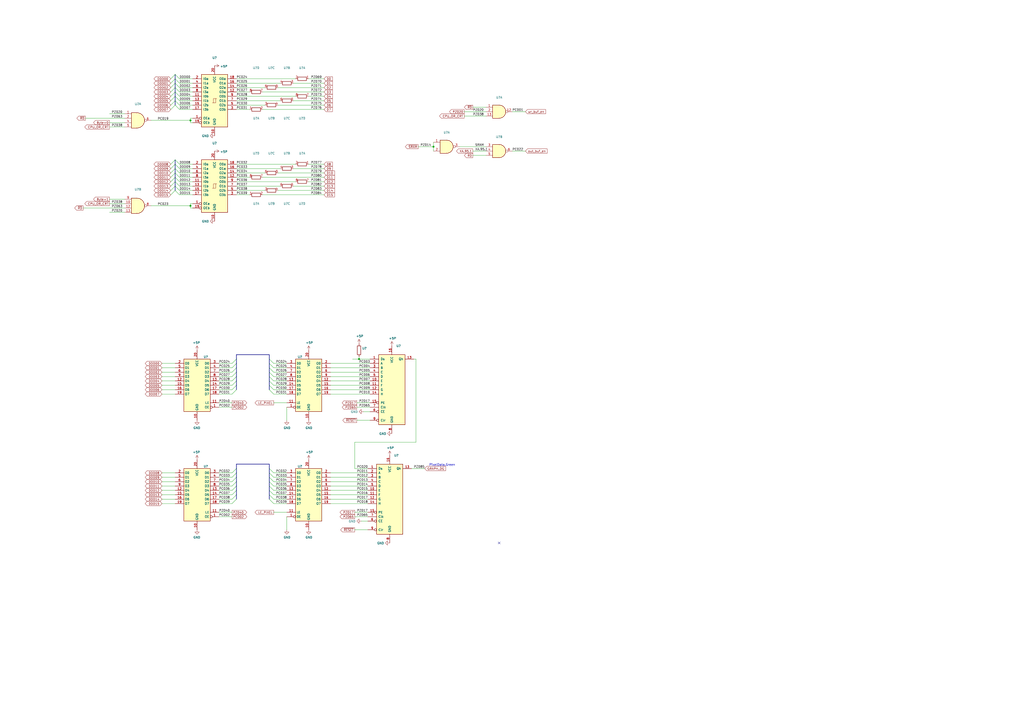
<source format=kicad_sch>
(kicad_sch (version 20220820) (generator eeschema)
  (paper "A2")
  (title_block (title "03 DRAM Driver"))
  (lib_symbols
    (symbol "74xx:74LS00" (pin_names (offset 1.016))
      (property "Reference" "U" (at 0 1.27 0))
      (property "Value" "74LS00" (at 0 -1.27 0))
      (symbol "74LS00_1_1"
        (pin input line (at -7.62 2.54 0) (length 3.81) (name "~") (number "1"))
        (pin input line (at -7.62 -2.54 0) (length 3.81) (name "~") (number "2"))
        (pin output inverted (at 7.62 0 180) (length 3.81) (name "~") (number "3"))
      )
      (symbol "74LS00_1_2"
        (pin input inverted (at -7.62 2.54 0) (length 4.318) (name "~") (number "1"))
        (pin input inverted (at -7.62 -2.54 0) (length 4.318) (name "~") (number "2"))
        (pin output line (at 7.62 0 180) (length 3.81) (name "~") (number "3"))
      )
      (symbol "74LS00_2_1"
        (pin input line (at -7.62 2.54 0) (length 3.81) (name "~") (number "4"))
        (pin input line (at -7.62 -2.54 0) (length 3.81) (name "~") (number "5"))
        (pin output inverted (at 7.62 0 180) (length 3.81) (name "~") (number "6"))
      )
      (symbol "74LS00_2_2"
        (pin input inverted (at -7.62 2.54 0) (length 4.318) (name "~") (number "4"))
        (pin input inverted (at -7.62 -2.54 0) (length 4.318) (name "~") (number "5"))
        (pin output line (at 7.62 0 180) (length 3.81) (name "~") (number "6"))
      )
      (symbol "74LS00_3_1"
        (pin input line (at -7.62 -2.54 0) (length 3.81) (name "~") (number "10"))
        (pin output inverted (at 7.62 0 180) (length 3.81) (name "~") (number "8"))
        (pin input line (at -7.62 2.54 0) (length 3.81) (name "~") (number "9"))
      )
      (symbol "74LS00_3_2"
        (pin input inverted (at -7.62 -2.54 0) (length 4.318) (name "~") (number "10"))
        (pin output line (at 7.62 0 180) (length 3.81) (name "~") (number "8"))
        (pin input inverted (at -7.62 2.54 0) (length 4.318) (name "~") (number "9"))
      )
      (symbol "74LS00_4_1"
        (pin output inverted (at 7.62 0 180) (length 3.81) (name "~") (number "11"))
        (pin input line (at -7.62 2.54 0) (length 3.81) (name "~") (number "12"))
        (pin input line (at -7.62 -2.54 0) (length 3.81) (name "~") (number "13"))
      )
      (symbol "74LS00_4_2"
        (pin output line (at 7.62 0 180) (length 3.81) (name "~") (number "11"))
        (pin input inverted (at -7.62 2.54 0) (length 4.318) (name "~") (number "12"))
        (pin input inverted (at -7.62 -2.54 0) (length 4.318) (name "~") (number "13"))
      )
      (symbol "74LS00_5_0"
        (pin power_in line (at 0 12.7 270) (length 5.08) (name "VCC") (number "14"))
        (pin power_in line (at 0 -12.7 90) (length 5.08) (name "GND") (number "7"))
      )
    )
    (symbol "74xx:74LS10" (pin_names (offset 1.016))
      (property "Reference" "U" (at 0 1.27 0))
      (property "Value" "74LS10" (at 0 -1.27 0))
      (symbol "74LS10_1_1"
        (pin input line (at -7.62 2.54 0) (length 3.81) (name "~") (number "1"))
        (pin output inverted (at 7.62 0 180) (length 3.81) (name "~") (number "12"))
        (pin input line (at -7.62 -2.54 0) (length 3.81) (name "~") (number "13"))
        (pin input line (at -7.62 0 0) (length 3.81) (name "~") (number "2"))
      )
      (symbol "74LS10_1_2"
        (pin input inverted (at -7.62 2.54 0) (length 4.318) (name "~") (number "1"))
        (pin output line (at 7.62 0 180) (length 3.81) (name "~") (number "12"))
        (pin input inverted (at -7.62 -2.54 0) (length 4.318) (name "~") (number "13"))
        (pin input inverted (at -7.62 0 0) (length 4.953) (name "~") (number "2"))
      )
      (symbol "74LS10_2_1"
        (pin input line (at -7.62 2.54 0) (length 3.81) (name "~") (number "3"))
        (pin input line (at -7.62 0 0) (length 3.81) (name "~") (number "4"))
        (pin input line (at -7.62 -2.54 0) (length 3.81) (name "~") (number "5"))
        (pin output inverted (at 7.62 0 180) (length 3.81) (name "~") (number "6"))
      )
      (symbol "74LS10_2_2"
        (pin input inverted (at -7.62 2.54 0) (length 4.318) (name "~") (number "3"))
        (pin input inverted (at -7.62 0 0) (length 4.953) (name "~") (number "4"))
        (pin input inverted (at -7.62 -2.54 0) (length 4.318) (name "~") (number "5"))
        (pin output line (at 7.62 0 180) (length 3.81) (name "~") (number "6"))
      )
      (symbol "74LS10_3_1"
        (pin input line (at -7.62 0 0) (length 3.81) (name "~") (number "10"))
        (pin input line (at -7.62 -2.54 0) (length 3.81) (name "~") (number "11"))
        (pin output inverted (at 7.62 0 180) (length 3.81) (name "~") (number "8"))
        (pin input line (at -7.62 2.54 0) (length 3.81) (name "~") (number "9"))
      )
      (symbol "74LS10_3_2"
        (pin input inverted (at -7.62 0 0) (length 4.953) (name "~") (number "10"))
        (pin input inverted (at -7.62 -2.54 0) (length 4.318) (name "~") (number "11"))
        (pin output line (at 7.62 0 180) (length 3.81) (name "~") (number "8"))
        (pin input inverted (at -7.62 2.54 0) (length 4.318) (name "~") (number "9"))
      )
      (symbol "74LS10_4_0"
        (pin power_in line (at 0 12.7 270) (length 5.08) (name "VCC") (number "14"))
        (pin power_in line (at 0 -12.7 90) (length 5.08) (name "GND") (number "7"))
      )
    )
    (symbol "74xx:74LS166" (pin_names (offset 1.016))
      (property "Reference" "U" (at -7.62 21.59 0))
      (property "Value" "74LS166" (at -7.62 -21.59 0))
      (symbol "74LS166_1_0"
        (pin input line (at -12.7 17.78 0) (length 5.08) (name "Ds") (number "1"))
        (pin input line (at -12.7 5.08 0) (length 5.08) (name "E") (number "10"))
        (pin input line (at -12.7 2.54 0) (length 5.08) (name "F") (number "11"))
        (pin input line (at -12.7 0 0) (length 5.08) (name "G") (number "12"))
        (pin output line (at 12.7 17.78 180) (length 5.08) (name "Qh") (number "13"))
        (pin input line (at -12.7 -2.54 0) (length 5.08) (name "H") (number "14"))
        (pin input inverted (at -12.7 -7.62 0) (length 5.08) (name "PE") (number "15"))
        (pin power_in line (at 0 25.4 270) (length 5.08) (name "VCC") (number "16"))
        (pin input line (at -12.7 15.24 0) (length 5.08) (name "A") (number "2"))
        (pin input line (at -12.7 12.7 0) (length 5.08) (name "B") (number "3"))
        (pin input line (at -12.7 10.16 0) (length 5.08) (name "C") (number "4"))
        (pin input line (at -12.7 7.62 0) (length 5.08) (name "D") (number "5"))
        (pin input inverted (at -12.7 -12.7 0) (length 5.08) (name "CE") (number "6"))
        (pin input line (at -12.7 -10.16 0) (length 5.08) (name "Clk") (number "7"))
        (pin power_in line (at 0 -25.4 90) (length 5.08) (name "GND") (number "8"))
        (pin input inverted (at -12.7 -17.78 0) (length 5.08) (name "Clr") (number "9"))
      )
    )
    (symbol "74xx:74LS20" (pin_names (offset 1.016))
      (property "Reference" "U" (at 0 1.27 0))
      (property "Value" "74LS20" (at 0 -1.27 0))
      (symbol "74LS20_1_1"
        (pin input line (at -7.62 3.81 0) (length 3.81) (name "~") (number "1"))
        (pin input line (at -7.62 1.27 0) (length 3.81) (name "~") (number "2"))
        (pin input line (at -7.62 -1.27 0) (length 3.81) (name "~") (number "4"))
        (pin input line (at -7.62 -3.81 0) (length 3.81) (name "~") (number "5"))
        (pin output inverted (at 7.62 0 180) (length 3.81) (name "~") (number "6"))
      )
      (symbol "74LS20_1_2"
        (pin input inverted (at -7.62 3.81 0) (length 3.81) (name "~") (number "1"))
        (pin input inverted (at -7.62 1.27 0) (length 4.826) (name "~") (number "2"))
        (pin input inverted (at -7.62 -1.27 0) (length 4.826) (name "~") (number "4"))
        (pin input inverted (at -7.62 -3.81 0) (length 3.81) (name "~") (number "5"))
        (pin output line (at 7.62 0 180) (length 3.81) (name "~") (number "6"))
      )
      (symbol "74LS20_2_1"
        (pin input line (at -7.62 1.27 0) (length 3.81) (name "~") (number "10"))
        (pin input line (at -7.62 -1.27 0) (length 3.81) (name "~") (number "12"))
        (pin input line (at -7.62 -3.81 0) (length 3.81) (name "~") (number "13"))
        (pin output inverted (at 7.62 0 180) (length 3.81) (name "~") (number "8"))
        (pin input line (at -7.62 3.81 0) (length 3.81) (name "~") (number "9"))
      )
      (symbol "74LS20_2_2"
        (pin input inverted (at -7.62 1.27 0) (length 4.826) (name "~") (number "10"))
        (pin input inverted (at -7.62 -1.27 0) (length 4.826) (name "~") (number "12"))
        (pin input inverted (at -7.62 -3.81 0) (length 3.81) (name "~") (number "13"))
        (pin output line (at 7.62 0 180) (length 3.81) (name "~") (number "8"))
        (pin input inverted (at -7.62 3.81 0) (length 3.81) (name "~") (number "9"))
      )
      (symbol "74LS20_3_0"
        (pin power_in line (at 0 12.7 270) (length 5.08) (name "VCC") (number "14"))
        (pin power_in line (at 0 -12.7 90) (length 5.08) (name "GND") (number "7"))
      )
    )
    (symbol "74xx:74LS244" (pin_names (offset 1.016))
      (property "Reference" "U" (at -7.62 16.51 0))
      (property "Value" "74LS244" (at -7.62 -16.51 0))
      (symbol "74LS244_1_0"
        (pin input inverted (at -12.7 -10.16 0) (length 5.08) (name "OEa") (number "1"))
        (pin power_in line (at 0 -20.32 90) (length 5.08) (name "GND") (number "10"))
        (pin input line (at -12.7 2.54 0) (length 5.08) (name "I0b") (number "11"))
        (pin tri_state line (at 12.7 5.08 180) (length 5.08) (name "O3a") (number "12"))
        (pin input line (at -12.7 0 0) (length 5.08) (name "I1b") (number "13"))
        (pin tri_state line (at 12.7 7.62 180) (length 5.08) (name "O2a") (number "14"))
        (pin input line (at -12.7 -2.54 0) (length 5.08) (name "I2b") (number "15"))
        (pin tri_state line (at 12.7 10.16 180) (length 5.08) (name "O1a") (number "16"))
        (pin input line (at -12.7 -5.08 0) (length 5.08) (name "I3b") (number "17"))
        (pin tri_state line (at 12.7 12.7 180) (length 5.08) (name "O0a") (number "18"))
        (pin input inverted (at -12.7 -12.7 0) (length 5.08) (name "OEb") (number "19"))
        (pin input line (at -12.7 12.7 0) (length 5.08) (name "I0a") (number "2"))
        (pin power_in line (at 0 20.32 270) (length 5.08) (name "VCC") (number "20"))
        (pin tri_state line (at 12.7 -5.08 180) (length 5.08) (name "O3b") (number "3"))
        (pin input line (at -12.7 10.16 0) (length 5.08) (name "I1a") (number "4"))
        (pin tri_state line (at 12.7 -2.54 180) (length 5.08) (name "O2b") (number "5"))
        (pin input line (at -12.7 7.62 0) (length 5.08) (name "I2a") (number "6"))
        (pin tri_state line (at 12.7 0 180) (length 5.08) (name "O1b") (number "7"))
        (pin input line (at -12.7 5.08 0) (length 5.08) (name "I3a") (number "8"))
        (pin tri_state line (at 12.7 2.54 180) (length 5.08) (name "O0b") (number "9"))
      )
    )
    (symbol "74xx:74LS373"
      (property "Reference" "U" (at -7.62 16.51 0))
      (property "Value" "74LS373" (at -7.62 -16.51 0))
      (symbol "74LS373_1_0"
        (pin input inverted (at -12.7 -12.7 0) (length 5.08) (name "OE") (number "1"))
        (pin power_in line (at 0 -20.32 90) (length 5.08) (name "GND") (number "10"))
        (pin input line (at -12.7 -10.16 0) (length 5.08) (name "LE") (number "11"))
        (pin tri_state line (at 12.7 2.54 180) (length 5.08) (name "O4") (number "12"))
        (pin input line (at -12.7 2.54 0) (length 5.08) (name "D4") (number "13"))
        (pin input line (at -12.7 0 0) (length 5.08) (name "D5") (number "14"))
        (pin tri_state line (at 12.7 0 180) (length 5.08) (name "O5") (number "15"))
        (pin tri_state line (at 12.7 -2.54 180) (length 5.08) (name "O6") (number "16"))
        (pin input line (at -12.7 -2.54 0) (length 5.08) (name "D6") (number "17"))
        (pin input line (at -12.7 -5.08 0) (length 5.08) (name "D7") (number "18"))
        (pin tri_state line (at 12.7 -5.08 180) (length 5.08) (name "O7") (number "19"))
        (pin tri_state line (at 12.7 12.7 180) (length 5.08) (name "O0") (number "2"))
        (pin power_in line (at 0 20.32 270) (length 5.08) (name "VCC") (number "20"))
        (pin input line (at -12.7 12.7 0) (length 5.08) (name "D0") (number "3"))
        (pin input line (at -12.7 10.16 0) (length 5.08) (name "D1") (number "4"))
        (pin tri_state line (at 12.7 10.16 180) (length 5.08) (name "O1") (number "5"))
        (pin tri_state line (at 12.7 7.62 180) (length 5.08) (name "O2") (number "6"))
        (pin input line (at -12.7 7.62 0) (length 5.08) (name "D2") (number "7"))
        (pin input line (at -12.7 5.08 0) (length 5.08) (name "D3") (number "8"))
        (pin tri_state line (at 12.7 5.08 180) (length 5.08) (name "O3") (number "9"))
      )
    )
    (symbol "Device:R" (pin_numbers hide) (pin_names (offset 0))
      (property "Reference" "R" (at 2.032 0 90))
      (property "Value" "R" (at 0 0 90))
      (symbol "R_1_1"
        (pin passive line (at 0 3.81 270) (length 1.27) (name "~") (number "1"))
        (pin passive line (at 0 -3.81 90) (length 1.27) (name "~") (number "2"))
      )
    )
    (symbol "Device:R_Pack04_SIP_Split" (pin_names (offset 0) hide)
      (property "Reference" "RN" (at 2.032 0 90))
      (property "Value" "R_Pack04_SIP_Split" (at 0 0 90))
      (symbol "R_Pack04_SIP_Split_1_1"
        (pin passive line (at 0 -3.81 90) (length 1.27) (name "R1.1") (number "1"))
        (pin passive line (at 0 3.81 270) (length 1.27) (name "R1.2") (number "2"))
      )
      (symbol "R_Pack04_SIP_Split_2_1"
        (pin passive line (at 0 -3.81 90) (length 1.27) (name "R2.1") (number "3"))
        (pin passive line (at 0 3.81 270) (length 1.27) (name "R2.2") (number "4"))
      )
      (symbol "R_Pack04_SIP_Split_3_1"
        (pin passive line (at 0 -3.81 90) (length 1.27) (name "R3.1") (number "5"))
        (pin passive line (at 0 3.81 270) (length 1.27) (name "R3.2") (number "6"))
      )
      (symbol "R_Pack04_SIP_Split_4_1"
        (pin passive line (at 0 -3.81 90) (length 1.27) (name "R4.1") (number "7"))
        (pin passive line (at 0 3.81 270) (length 1.27) (name "R4.2") (number "8"))
      )
    )
    (symbol "power:+5P" (power) (pin_names (offset 0))
      (property "Value" "+5P" (at 0 3.556 0))
      (symbol "+5P_1_1"
        (pin power_in line (at 0 0 90) (length 0) hide (name "+5P") (number "1"))
      )
    )
    (symbol "power:GND" (power) (pin_names (offset 0))
      (property "Value" "GND" (at 0 -3.81 0))
      (symbol "GND_1_1"
        (pin power_in line (at 0 0 270) (length 0) hide (name "GND") (number "1"))
      )
    )
  )
  (junction (at 251.46 85.09))
  (junction (at 208.28 208.28))
  (junction (at 110.49 119.38))
  (junction (at 110.49 69.85))
  (no_connect (at 289.56 314.96))
  (bus_entry (at 134.62 226.06) (size 2.54 -2.54))
  (bus_entry (at 101.6 92.71) (size -2.54 2.54))
  (bus_entry (at 156.21 281.94) (size 2.54 2.54))
  (bus_entry (at 156.21 271.78) (size 2.54 2.54))
  (bus_entry (at 156.21 274.32) (size 2.54 2.54))
  (bus_entry (at 101.6 102.87) (size -2.54 2.54))
  (bus_entry (at 101.6 95.25) (size 2.54 2.54))
  (bus_entry (at 156.21 276.86) (size 2.54 2.54))
  (bus_entry (at 156.21 284.48) (size 2.54 2.54))
  (bus_entry (at 156.21 210.82) (size 2.54 2.54))
  (bus_entry (at 101.6 102.87) (size 2.54 2.54))
  (bus_entry (at 101.6 53.34) (size 2.54 2.54))
  (bus_entry (at 101.6 55.88) (size -2.54 2.54))
  (bus_entry (at 101.6 105.41) (size 2.54 2.54))
  (bus_entry (at 134.62 220.98) (size 2.54 -2.54))
  (bus_entry (at 101.6 100.33) (size 2.54 2.54))
  (bus_entry (at 99.06 110.49) (size 2.54 -2.54))
  (bus_entry (at 134.62 284.48) (size 2.54 -2.54))
  (bus_entry (at 134.62 276.86) (size 2.54 -2.54))
  (bus_entry (at 101.6 95.25) (size -2.54 2.54))
  (bus_entry (at 101.6 97.79) (size -2.54 2.54))
  (bus_entry (at 156.21 289.56) (size 2.54 2.54))
  (bus_entry (at 134.62 210.82) (size 2.54 -2.54))
  (bus_entry (at 101.6 60.96) (size -2.54 2.54))
  (bus_entry (at 101.6 97.79) (size 2.54 2.54))
  (bus_entry (at 101.6 107.95) (size 2.54 2.54))
  (bus_entry (at 101.6 53.34) (size -2.54 2.54))
  (bus_entry (at 101.6 48.26) (size -2.54 2.54))
  (bus_entry (at 156.21 279.4) (size 2.54 2.54))
  (bus_entry (at 101.6 50.8) (size 2.54 2.54))
  (bus_entry (at 134.62 281.94) (size 2.54 -2.54))
  (bus_entry (at 101.6 45.72) (size -2.54 2.54))
  (bus_entry (at 134.62 274.32) (size 2.54 -2.54))
  (bus_entry (at 101.6 92.71) (size 2.54 2.54))
  (bus_entry (at 101.6 55.88) (size 2.54 2.54))
  (bus_entry (at 156.21 215.9) (size 2.54 2.54))
  (bus_entry (at 156.21 213.36) (size 2.54 2.54))
  (bus_entry (at 101.6 50.8) (size -2.54 2.54))
  (bus_entry (at 134.62 213.36) (size 2.54 -2.54))
  (bus_entry (at 134.62 289.56) (size 2.54 -2.54))
  (bus_entry (at 156.21 218.44) (size 2.54 2.54))
  (bus_entry (at 101.6 100.33) (size -2.54 2.54))
  (bus_entry (at 101.6 58.42) (size -2.54 2.54))
  (bus_entry (at 101.6 110.49) (size 2.54 2.54))
  (bus_entry (at 99.06 113.03) (size 2.54 -2.54))
  (bus_entry (at 134.62 215.9) (size 2.54 -2.54))
  (bus_entry (at 101.6 43.18) (size -2.54 2.54))
  (bus_entry (at 134.62 228.6) (size 2.54 -2.54))
  (bus_entry (at 156.21 208.28) (size 2.54 2.54))
  (bus_entry (at 156.21 220.98) (size 2.54 2.54))
  (bus_entry (at 101.6 48.26) (size 2.54 2.54))
  (bus_entry (at 101.6 60.96) (size 2.54 2.54))
  (bus_entry (at 101.6 105.41) (size -2.54 2.54))
  (bus_entry (at 134.62 218.44) (size 2.54 -2.54))
  (bus_entry (at 156.21 226.06) (size 2.54 2.54))
  (bus_entry (at 101.6 45.72) (size 2.54 2.54))
  (bus_entry (at 101.6 43.18) (size 2.54 2.54))
  (bus_entry (at 156.21 287.02) (size 2.54 2.54))
  (bus_entry (at 134.62 279.4) (size 2.54 -2.54))
  (bus_entry (at 101.6 58.42) (size 2.54 2.54))
  (bus_entry (at 134.62 287.02) (size 2.54 -2.54))
  (bus_entry (at 156.21 223.52) (size 2.54 2.54))
  (bus_entry (at 134.62 223.52) (size 2.54 -2.54))
  (bus_entry (at 134.62 292.1) (size 2.54 -2.54))
  (wire (pts (xy 63.5 71.12) (xy 72.39 71.12)))
  (wire (pts (xy 191.77 220.98) (xy 214.63 220.98)))
  (wire (pts (xy 281.94 62.23) (xy 274.32 62.23)))
  (wire (pts (xy 137.16 107.95) (xy 162.56 107.95)))
  (wire (pts (xy 137.16 97.79) (xy 162.56 97.79)))
  (bus (pts (xy 137.16 213.36) (xy 137.16 215.9)))
  (bus (pts (xy 156.21 208.28) (xy 156.21 210.82)))
  (bus (pts (xy 137.16 223.52) (xy 137.16 226.06)))
  (wire (pts (xy 158.75 297.18) (xy 166.37 297.18)))
  (wire (pts (xy 134.62 299.72) (xy 127 299.72)))
  (bus (pts (xy 101.6 105.41) (xy 101.6 107.95)))
  (wire (pts (xy 191.77 281.94) (xy 213.36 281.94)))
  (wire (pts (xy 134.62 223.52) (xy 127 223.52)))
  (wire (pts (xy 110.49 71.12) (xy 111.76 71.12)))
  (wire (pts (xy 158.75 284.48) (xy 166.37 284.48)))
  (wire (pts (xy 134.62 297.18) (xy 127 297.18)))
  (wire (pts (xy 110.49 119.38) (xy 110.49 120.65)))
  (wire (pts (xy 209.55 302.26) (xy 213.36 302.26)))
  (wire (pts (xy 179.07 95.25) (xy 187.96 95.25)))
  (wire (pts (xy 134.62 213.36) (xy 127 213.36)))
  (wire (pts (xy 161.29 50.8) (xy 187.96 50.8)))
  (bus (pts (xy 156.21 269.24) (xy 156.21 271.78)))
  (bus (pts (xy 101.6 95.25) (xy 101.6 97.79)))
  (bus (pts (xy 137.16 220.98) (xy 137.16 223.52)))
  (wire (pts (xy 101.6 279.4) (xy 93.98 279.4)))
  (wire (pts (xy 158.75 226.06) (xy 166.37 226.06)))
  (wire (pts (xy 191.77 226.06) (xy 214.63 226.06)))
  (wire (pts (xy 166.37 236.22) (xy 166.37 243.84)))
  (wire (pts (xy 251.46 82.55) (xy 251.46 85.09)))
  (wire (pts (xy 101.6 281.94) (xy 93.98 281.94)))
  (wire (pts (xy 266.7 85.09) (xy 281.94 85.09)))
  (wire (pts (xy 161.29 110.49) (xy 187.96 110.49)))
  (wire (pts (xy 158.75 287.02) (xy 166.37 287.02)))
  (wire (pts (xy 134.62 284.48) (xy 127 284.48)))
  (wire (pts (xy 207.01 233.68) (xy 214.63 233.68)))
  (wire (pts (xy 158.75 218.44) (xy 166.37 218.44)))
  (wire (pts (xy 134.62 236.22) (xy 127 236.22)))
  (wire (pts (xy 251.46 85.09) (xy 251.46 87.63)))
  (bus (pts (xy 137.16 281.94) (xy 137.16 284.48)))
  (wire (pts (xy 104.14 45.72) (xy 111.76 45.72)))
  (wire (pts (xy 208.28 208.28) (xy 204.47 208.28)))
  (wire (pts (xy 158.75 289.56) (xy 166.37 289.56)))
  (wire (pts (xy 210.82 238.76) (xy 214.63 238.76)))
  (wire (pts (xy 101.6 218.44) (xy 93.98 218.44)))
  (wire (pts (xy 63.5 123.19) (xy 72.39 123.19)))
  (wire (pts (xy 134.62 220.98) (xy 127 220.98)))
  (wire (pts (xy 281.94 90.17) (xy 274.32 90.17)))
  (wire (pts (xy 166.37 215.9) (xy 158.75 215.9)))
  (wire (pts (xy 205.74 307.34) (xy 213.36 307.34)))
  (wire (pts (xy 191.77 289.56) (xy 213.36 289.56)))
  (wire (pts (xy 137.16 110.49) (xy 153.67 110.49)))
  (bus (pts (xy 101.6 48.26) (xy 101.6 50.8)))
  (wire (pts (xy 110.49 118.11) (xy 110.49 119.38)))
  (wire (pts (xy 161.29 60.96) (xy 187.96 60.96)))
  (wire (pts (xy 170.18 48.26) (xy 187.96 48.26)))
  (bus (pts (xy 137.16 279.4) (xy 137.16 281.94)))
  (wire (pts (xy 134.62 226.06) (xy 127 226.06)))
  (bus (pts (xy 156.21 284.48) (xy 156.21 287.02)))
  (wire (pts (xy 101.6 276.86) (xy 93.98 276.86)))
  (wire (pts (xy 191.77 279.4) (xy 213.36 279.4)))
  (wire (pts (xy 152.4 53.34) (xy 187.96 53.34)))
  (wire (pts (xy 158.75 223.52) (xy 166.37 223.52)))
  (bus (pts (xy 156.21 287.02) (xy 156.21 289.56)))
  (wire (pts (xy 137.16 113.03) (xy 144.78 113.03)))
  (wire (pts (xy 104.14 95.25) (xy 111.76 95.25)))
  (wire (pts (xy 134.62 218.44) (xy 127 218.44)))
  (bus (pts (xy 137.16 208.28) (xy 137.16 210.82)))
  (wire (pts (xy 101.6 289.56) (xy 93.98 289.56)))
  (wire (pts (xy 110.49 69.85) (xy 110.49 71.12)))
  (wire (pts (xy 179.07 55.88) (xy 187.96 55.88)))
  (wire (pts (xy 134.62 210.82) (xy 127 210.82)))
  (wire (pts (xy 213.36 276.86) (xy 191.77 276.86)))
  (bus (pts (xy 101.6 92.71) (xy 101.6 95.25)))
  (wire (pts (xy 207.01 236.22) (xy 214.63 236.22)))
  (wire (pts (xy 104.14 110.49) (xy 111.76 110.49)))
  (wire (pts (xy 137.16 102.87) (xy 144.78 102.87)))
  (wire (pts (xy 158.75 276.86) (xy 166.37 276.86)))
  (wire (pts (xy 205.74 299.72) (xy 213.36 299.72)))
  (wire (pts (xy 137.16 58.42) (xy 162.56 58.42)))
  (wire (pts (xy 179.07 105.41) (xy 187.96 105.41)))
  (bus (pts (xy 137.16 218.44) (xy 137.16 220.98)))
  (wire (pts (xy 158.75 213.36) (xy 166.37 213.36)))
  (bus (pts (xy 137.16 287.02) (xy 137.16 289.56)))
  (wire (pts (xy 297.18 87.63) (xy 304.8 87.63)))
  (bus (pts (xy 156.21 281.94) (xy 156.21 284.48)))
  (wire (pts (xy 111.76 118.11) (xy 110.49 118.11)))
  (wire (pts (xy 137.16 60.96) (xy 153.67 60.96)))
  (wire (pts (xy 137.16 53.34) (xy 144.78 53.34)))
  (wire (pts (xy 104.14 53.34) (xy 111.76 53.34)))
  (bus (pts (xy 156.21 223.52) (xy 156.21 226.06)))
  (bus (pts (xy 156.21 215.9) (xy 156.21 218.44)))
  (wire (pts (xy 63.5 73.66) (xy 72.39 73.66)))
  (bus (pts (xy 101.6 100.33) (xy 101.6 102.87)))
  (wire (pts (xy 158.75 210.82) (xy 166.37 210.82)))
  (wire (pts (xy 269.24 64.77) (xy 281.94 64.77)))
  (wire (pts (xy 101.6 228.6) (xy 93.98 228.6)))
  (bus (pts (xy 156.21 210.82) (xy 156.21 213.36)))
  (wire (pts (xy 101.6 210.82) (xy 93.98 210.82)))
  (bus (pts (xy 101.6 43.18) (xy 101.6 45.72)))
  (wire (pts (xy 104.14 48.26) (xy 111.76 48.26)))
  (wire (pts (xy 166.37 279.4) (xy 158.75 279.4)))
  (wire (pts (xy 241.3 208.28) (xy 241.3 256.54)))
  (bus (pts (xy 137.16 271.78) (xy 137.16 274.32)))
  (wire (pts (xy 110.49 68.58) (xy 110.49 69.85)))
  (wire (pts (xy 297.18 64.77) (xy 304.8 64.77)))
  (wire (pts (xy 104.14 50.8) (xy 111.76 50.8)))
  (wire (pts (xy 191.77 228.6) (xy 214.63 228.6)))
  (wire (pts (xy 101.6 226.06) (xy 93.98 226.06)))
  (wire (pts (xy 208.28 207.01) (xy 208.28 208.28)))
  (wire (pts (xy 170.18 107.95) (xy 187.96 107.95)))
  (wire (pts (xy 134.62 233.68) (xy 127 233.68)))
  (bus (pts (xy 156.21 213.36) (xy 156.21 215.9)))
  (bus (pts (xy 101.6 107.95) (xy 101.6 110.49)))
  (wire (pts (xy 101.6 292.1) (xy 93.98 292.1)))
  (wire (pts (xy 152.4 102.87) (xy 187.96 102.87)))
  (wire (pts (xy 166.37 307.34) (xy 166.37 299.72)))
  (wire (pts (xy 158.75 281.94) (xy 166.37 281.94)))
  (wire (pts (xy 49.53 68.58) (xy 72.39 68.58)))
  (wire (pts (xy 137.16 100.33) (xy 153.67 100.33)))
  (wire (pts (xy 48.26 120.65) (xy 72.39 120.65)))
  (wire (pts (xy 191.77 274.32) (xy 213.36 274.32)))
  (wire (pts (xy 63.5 66.04) (xy 72.39 66.04)))
  (wire (pts (xy 191.77 210.82) (xy 214.63 210.82)))
  (wire (pts (xy 179.07 45.72) (xy 187.96 45.72)))
  (wire (pts (xy 127 279.4) (xy 134.62 279.4)))
  (wire (pts (xy 104.14 58.42) (xy 111.76 58.42)))
  (wire (pts (xy 63.5 118.11) (xy 72.39 118.11)))
  (wire (pts (xy 134.62 287.02) (xy 127 287.02)))
  (wire (pts (xy 191.77 284.48) (xy 213.36 284.48)))
  (bus (pts (xy 137.16 210.82) (xy 137.16 213.36)))
  (bus (pts (xy 101.6 58.42) (xy 101.6 60.96)))
  (bus (pts (xy 137.16 269.24) (xy 137.16 271.78)))
  (wire (pts (xy 137.16 55.88) (xy 171.45 55.88)))
  (wire (pts (xy 274.32 87.63) (xy 281.94 87.63)))
  (wire (pts (xy 137.16 50.8) (xy 153.67 50.8)))
  (bus (pts (xy 137.16 269.24) (xy 156.21 269.24)))
  (bus (pts (xy 137.16 205.74) (xy 156.21 205.74)))
  (wire (pts (xy 101.6 215.9) (xy 93.98 215.9)))
  (wire (pts (xy 63.5 115.57) (xy 72.39 115.57)))
  (wire (pts (xy 104.14 107.95) (xy 111.76 107.95)))
  (wire (pts (xy 191.77 287.02) (xy 213.36 287.02)))
  (wire (pts (xy 158.75 274.32) (xy 166.37 274.32)))
  (wire (pts (xy 110.49 120.65) (xy 111.76 120.65)))
  (bus (pts (xy 156.21 220.98) (xy 156.21 223.52)))
  (wire (pts (xy 205.74 256.54) (xy 205.74 271.78)))
  (wire (pts (xy 205.74 271.78) (xy 213.36 271.78)))
  (wire (pts (xy 214.63 213.36) (xy 191.77 213.36)))
  (wire (pts (xy 134.62 289.56) (xy 127 289.56)))
  (wire (pts (xy 104.14 102.87) (xy 111.76 102.87)))
  (wire (pts (xy 134.62 292.1) (xy 127 292.1)))
  (wire (pts (xy 158.75 292.1) (xy 166.37 292.1)))
  (wire (pts (xy 240.03 208.28) (xy 241.3 208.28)))
  (bus (pts (xy 101.6 50.8) (xy 101.6 53.34)))
  (wire (pts (xy 101.6 223.52) (xy 93.98 223.52)))
  (wire (pts (xy 104.14 60.96) (xy 111.76 60.96)))
  (wire (pts (xy 205.74 297.18) (xy 213.36 297.18)))
  (bus (pts (xy 156.21 274.32) (xy 156.21 276.86)))
  (bus (pts (xy 156.21 205.74) (xy 156.21 208.28)))
  (wire (pts (xy 191.77 218.44) (xy 214.63 218.44)))
  (wire (pts (xy 158.75 233.68) (xy 166.37 233.68)))
  (wire (pts (xy 101.6 220.98) (xy 93.98 220.98)))
  (wire (pts (xy 158.75 228.6) (xy 166.37 228.6)))
  (bus (pts (xy 137.16 215.9) (xy 137.16 218.44)))
  (wire (pts (xy 214.63 208.28) (xy 208.28 208.28)))
  (wire (pts (xy 241.3 256.54) (xy 205.74 256.54)))
  (wire (pts (xy 134.62 281.94) (xy 127 281.94)))
  (wire (pts (xy 158.75 220.98) (xy 166.37 220.98)))
  (bus (pts (xy 137.16 205.74) (xy 137.16 208.28)))
  (wire (pts (xy 152.4 113.03) (xy 187.96 113.03)))
  (bus (pts (xy 156.21 218.44) (xy 156.21 220.98)))
  (wire (pts (xy 104.14 55.88) (xy 111.76 55.88)))
  (bus (pts (xy 101.6 97.79) (xy 101.6 100.33)))
  (wire (pts (xy 137.16 48.26) (xy 162.56 48.26)))
  (wire (pts (xy 137.16 95.25) (xy 171.45 95.25)))
  (bus (pts (xy 101.6 55.88) (xy 101.6 58.42)))
  (wire (pts (xy 137.16 105.41) (xy 171.45 105.41)))
  (wire (pts (xy 104.14 63.5) (xy 111.76 63.5)))
  (wire (pts (xy 104.14 113.03) (xy 111.76 113.03)))
  (bus (pts (xy 156.21 276.86) (xy 156.21 279.4)))
  (wire (pts (xy 242.57 85.09) (xy 251.46 85.09)))
  (bus (pts (xy 156.21 271.78) (xy 156.21 274.32)))
  (wire (pts (xy 127 215.9) (xy 134.62 215.9)))
  (bus (pts (xy 137.16 274.32) (xy 137.16 276.86)))
  (wire (pts (xy 104.14 97.79) (xy 111.76 97.79)))
  (wire (pts (xy 170.18 58.42) (xy 187.96 58.42)))
  (wire (pts (xy 87.63 119.38) (xy 110.49 119.38)))
  (bus (pts (xy 137.16 284.48) (xy 137.16 287.02)))
  (wire (pts (xy 134.62 274.32) (xy 127 274.32)))
  (wire (pts (xy 238.76 271.78) (xy 246.38 271.78)))
  (wire (pts (xy 191.77 223.52) (xy 214.63 223.52)))
  (wire (pts (xy 152.4 63.5) (xy 187.96 63.5)))
  (wire (pts (xy 104.14 105.41) (xy 111.76 105.41)))
  (wire (pts (xy 134.62 276.86) (xy 127 276.86)))
  (wire (pts (xy 87.63 69.85) (xy 110.49 69.85)))
  (wire (pts (xy 161.29 100.33) (xy 187.96 100.33)))
  (wire (pts (xy 137.16 45.72) (xy 171.45 45.72)))
  (wire (pts (xy 134.62 228.6) (xy 127 228.6)))
  (wire (pts (xy 101.6 284.48) (xy 93.98 284.48)))
  (wire (pts (xy 191.77 215.9) (xy 214.63 215.9)))
  (bus (pts (xy 101.6 53.34) (xy 101.6 55.88)))
  (wire (pts (xy 137.16 63.5) (xy 144.78 63.5)))
  (bus (pts (xy 156.21 279.4) (xy 156.21 281.94)))
  (wire (pts (xy 104.14 100.33) (xy 111.76 100.33)))
  (wire (pts (xy 101.6 274.32) (xy 93.98 274.32)))
  (wire (pts (xy 101.6 287.02) (xy 93.98 287.02)))
  (wire (pts (xy 170.18 97.79) (xy 187.96 97.79)))
  (wire (pts (xy 207.01 243.84) (xy 214.63 243.84)))
  (bus (pts (xy 101.6 102.87) (xy 101.6 105.41)))
  (wire (pts (xy 191.77 292.1) (xy 213.36 292.1)))
  (wire (pts (xy 269.24 67.31) (xy 281.94 67.31)))
  (bus (pts (xy 137.16 276.86) (xy 137.16 279.4)))
  (wire (pts (xy 111.76 68.58) (xy 110.49 68.58)))
  (bus (pts (xy 101.6 45.72) (xy 101.6 48.26)))
  (wire (pts (xy 101.6 213.36) (xy 93.98 213.36)))
  (text "PixelData.Green" (at 248.92 270.51 0) (effects (font (size 1.27 1.27)) (justify left bottom)))
  (label "PC027" (at 143.51 53.34 180))
  (label "PC033" (at 143.51 97.79 180))
  (label "PC007" (at 208.28 220.98 0))
  (label "PC029" (at 143.51 58.42 180))
  (label "PC034" (at 143.51 100.33 180))
  (label "PC024" (at 143.51 45.72 180))
  (label "PC038" (at 160.02 289.56 0))
  (label "XA.95.1" (at 275.59 87.63 0))
  (label "PC014" (at 207.01 281.94 0))
  (label "PZ040" (at 133.35 233.68 180))
  (label "PC039" (at 143.51 113.03 180))
  (label "PZ071" (at 180.34 50.8 0))
  (label "PZ014" (at 243.84 85.09 0))
  (label "PZ083" (at 180.34 110.49 0))
  (label "PZ080" (at 180.34 102.87 0))
  (label "PZ073" (at 180.34 55.88 0))
  (label "PZ020" (at 274.32 64.77 0))
  (label "PC002" (at 133.35 236.22 180))
  (label "DDD06" (at 110.49 60.96 180))
  (label "PC029" (at 133.35 223.52 180))
  (label "PZ072" (at 180.34 53.34 0))
  (label "PZ084" (at 180.34 113.03 0))
  (label "PZ069" (at 180.34 45.72 0))
  (label "PC013" (at 207.01 279.4 0))
  (label "PZ075" (at 180.34 60.96 0))
  (label "PZ065" (at 208.28 236.22 0))
  (label "PC024" (at 133.35 210.82 180))
  (label "PC028" (at 160.02 220.98 0))
  (label "PC011" (at 207.01 274.32 0))
  (label "PC030" (at 143.51 60.96 180))
  (label "DDD05" (at 110.49 58.42 180))
  (label "PC035" (at 160.02 281.94 0))
  (label "PC038" (at 143.51 110.49 180))
  (label "PC030" (at 160.02 226.06 0))
  (label "PC035" (at 133.35 281.94 180))
  (label "PC036" (at 160.02 284.48 0))
  (label "PZ076" (at 180.34 63.5 0))
  (label "PC031" (at 143.51 63.5 180))
  (label "PC037" (at 160.02 287.02 0))
  (label "PC022" (at 297.18 87.63 0))
  (label "PC033" (at 160.02 276.86 0))
  (label "PC026" (at 160.02 215.9 0))
  (label "PC032" (at 160.02 274.32 0))
  (label "PC028" (at 133.35 220.98 180))
  (label "PC039" (at 160.02 292.1 0))
  (label "PC026" (at 133.35 215.9 180))
  (label "PZ070" (at 180.34 48.26 0))
  (label "DDD10" (at 110.49 100.33 180))
  (label "PC035" (at 143.51 102.87 180))
  (label "DDD01" (at 110.49 48.26 180))
  (label "PC028" (at 143.51 55.88 180))
  (label "PC032" (at 133.35 274.32 180))
  (label "PC001" (at 297.18 64.77 0))
  (label "PC034" (at 133.35 279.4 180))
  (label "PZ079" (at 180.34 100.33 0))
  (label "PC030" (at 133.35 226.06 180))
  (label "PZ017" (at 208.28 233.68 0))
  (label "PZ020" (at 64.77 66.04 0))
  (label "PC027" (at 133.35 218.44 180))
  (label "DDD02" (at 110.49 50.8 180))
  (label "PC008" (at 208.28 223.52 0))
  (label "PC015" (at 207.01 284.48 0))
  (label "PC037" (at 133.35 287.02 180))
  (label "DDD11" (at 110.49 102.87 180))
  (label "PC027" (at 160.02 218.44 0))
  (label "PC005" (at 208.28 215.9 0))
  (label "PC033" (at 133.35 276.86 180))
  (label "PC038" (at 133.35 289.56 180))
  (label "DDD15" (at 110.49 113.03 180))
  (label "PZ040" (at 133.35 297.18 180))
  (label "DDD03" (at 110.49 53.34 180))
  (label "DDD00" (at 110.49 45.72 180))
  (label "PC039" (at 133.35 292.1 180))
  (label "PC017" (at 207.01 289.56 0))
  (label "PC004" (at 208.28 213.36 0))
  (label "PC036" (at 143.51 105.41 180))
  (label "DDD14" (at 110.49 110.49 180))
  (label "PC026" (at 143.51 50.8 180))
  (label "PC025" (at 143.51 48.26 180))
  (label "PZ081" (at 180.34 105.41 0))
  (label "PZ065" (at 207.01 299.72 0))
  (label "PC037" (at 143.51 107.95 180))
  (label "PC036" (at 133.35 284.48 180))
  (label "PC003" (at 208.28 210.82 0))
  (label "DDD12" (at 110.49 105.41 180))
  (label "PC012" (at 207.01 276.86 0))
  (label "PC016" (at 207.01 287.02 0))
  (label "DDD09" (at 110.49 97.79 180))
  (label "PZ074" (at 180.34 58.42 0))
  (label "PZ082" (at 180.34 107.95 0))
  (label "PZ038" (at 274.32 67.31 0))
  (label "SRAM" (at 275.59 85.09 0))
  (label "PZ077" (at 180.34 95.25 0))
  (label "PZ063" (at 64.77 120.65 0))
  (label "PC019" (at 97.79 69.85 180))
  (label "PZ063" (at 64.77 68.58 0))
  (label "PC031" (at 160.02 228.6 0))
  (label "PC023" (at 97.79 119.38 180))
  (label "PC002" (at 133.35 299.72 180))
  (label "PZ020" (at 64.77 123.19 0))
  (label "DDD07" (at 110.49 63.5 180))
  (label "DDD08" (at 110.49 95.25 180))
  (label "PZ078" (at 180.34 97.79 0))
  (label "DDD04" (at 110.49 55.88 180))
  (label "PC006" (at 208.28 218.44 0))
  (label "PC034" (at 160.02 279.4 0))
  (label "PC032" (at 143.51 95.25 180))
  (label "PC020" (at 207.01 271.78 0))
  (label "PC025" (at 160.02 213.36 0))
  (label "PC029" (at 160.02 223.52 0))
  (label "PC031" (at 133.35 228.6 180))
  (label "PC010" (at 208.28 228.6 0))
  (label "PZ038" (at 64.77 73.66 0))
  (label "PC009" (at 208.28 226.06 0))
  (label "PZ038" (at 64.77 118.11 0))
  (label "PZ085" (at 240.03 271.78 0))
  (label "PC018" (at 207.01 292.1 0))
  (label "PC024" (at 160.02 210.82 0))
  (label "DDD13" (at 110.49 107.95 180))
  (label "PZ017" (at 207.01 297.18 0))
  (label "PC025" (at 133.35 213.36 180))
  (global_label "PZ017" (shape output) (at 207.01 233.68 180) (property "Intersheetrefs" "${INTERSHEET_REFS}" (at 0 0 0)))
  (global_label "~{RD}" (shape output) (at 274.32 62.23 180) (property "Intersheetrefs" "${INTERSHEET_REFS}" (at 0 0 0)))
  (global_label "DDD04" (shape bidirectional) (at 99.06 55.88 180) (property "Intersheetrefs" "${INTERSHEET_REFS}" (at 0 0 0)))
  (global_label "DDD02" (shape bidirectional) (at 99.06 50.8 180) (property "Intersheetrefs" "${INTERSHEET_REFS}" (at 0 0 0)))
  (global_label "PC002" (shape output) (at 134.62 236.22 0) (property "Intersheetrefs" "${INTERSHEET_REFS}" (at 0 0 0)))
  (global_label "DDD12" (shape bidirectional) (at 99.06 105.41 180) (property "Intersheetrefs" "${INTERSHEET_REFS}" (at 0 0 0)))
  (global_label "CPU_OR_CRT" (shape output) (at 63.5 73.66 180) (property "Intersheetrefs" "${INTERSHEET_REFS}" (at 0 0 0)))
  (global_label "DDD03" (shape bidirectional) (at 99.06 53.34 180) (property "Intersheetrefs" "${INTERSHEET_REFS}" (at 0 0 0)))
  (global_label "DDD08" (shape bidirectional) (at 93.98 274.32 180) (property "Intersheetrefs" "${INTERSHEET_REFS}" (at 0 0 0)))
  (global_label "PZ020" (shape output) (at 269.24 64.77 180) (property "Intersheetrefs" "${INTERSHEET_REFS}" (at 0 0 0)))
  (global_label "DDD15" (shape bidirectional) (at 99.06 113.03 180) (property "Intersheetrefs" "${INTERSHEET_REFS}" (at 0 0 0)))
  (global_label "D6" (shape input) (at 187.96 60.96 0) (property "Intersheetrefs" "${INTERSHEET_REFS}" (at 0 0 0)))
  (global_label "D3" (shape input) (at 187.96 53.34 0) (property "Intersheetrefs" "${INTERSHEET_REFS}" (at 0 0 0)))
  (global_label "Byte+0" (shape output) (at 63.5 71.12 180) (property "Intersheetrefs" "${INTERSHEET_REFS}" (at 0 0 0)))
  (global_label "DDD11" (shape bidirectional) (at 93.98 281.94 180) (property "Intersheetrefs" "${INTERSHEET_REFS}" (at 0 0 0)))
  (global_label "DDD05" (shape bidirectional) (at 93.98 223.52 180) (property "Intersheetrefs" "${INTERSHEET_REFS}" (at 0 0 0)))
  (global_label "DDD07" (shape bidirectional) (at 99.06 63.5 180) (property "Intersheetrefs" "${INTERSHEET_REFS}" (at 0 0 0)))
  (global_label "DDD11" (shape bidirectional) (at 99.06 102.87 180) (property "Intersheetrefs" "${INTERSHEET_REFS}" (at 0 0 0)))
  (global_label "DDD05" (shape bidirectional) (at 99.06 58.42 180) (property "Intersheetrefs" "${INTERSHEET_REFS}" (at 0 0 0)))
  (global_label "D10" (shape input) (at 187.96 100.33 0) (property "Intersheetrefs" "${INTERSHEET_REFS}" (at 0 0 0)))
  (global_label "D15" (shape input) (at 187.96 113.03 0) (property "Intersheetrefs" "${INTERSHEET_REFS}" (at 0 0 0)))
  (global_label "DDD09" (shape bidirectional) (at 93.98 276.86 180) (property "Intersheetrefs" "${INTERSHEET_REFS}" (at 0 0 0)))
  (global_label "out_buf_en" (shape input) (at 304.8 87.63 0) (property "Intersheetrefs" "${INTERSHEET_REFS}" (at 0 0 0)))
  (global_label "D4" (shape input) (at 187.96 55.88 0) (property "Intersheetrefs" "${INTERSHEET_REFS}" (at 0 0 0)))
  (global_label "DDD01" (shape bidirectional) (at 93.98 213.36 180) (property "Intersheetrefs" "${INTERSHEET_REFS}" (at 0 0 0)))
  (global_label "~{RD}" (shape output) (at 48.26 120.65 180) (property "Intersheetrefs" "${INTERSHEET_REFS}" (at 0 0 0)))
  (global_label "D5" (shape input) (at 187.96 58.42 0) (property "Intersheetrefs" "${INTERSHEET_REFS}" (at 0 0 0)))
  (global_label "DDD00" (shape bidirectional) (at 99.06 45.72 180) (property "Intersheetrefs" "${INTERSHEET_REFS}" (at 0 0 0)))
  (global_label "CPU_OR_CRT" (shape output) (at 63.5 118.11 180) (property "Intersheetrefs" "${INTERSHEET_REFS}" (at 0 0 0)))
  (global_label "DDD15" (shape bidirectional) (at 93.98 292.1 180) (property "Intersheetrefs" "${INTERSHEET_REFS}" (at 0 0 0)))
  (global_label "PZ065" (shape output) (at 205.74 299.72 180) (property "Intersheetrefs" "${INTERSHEET_REFS}" (at 0 0 0)))
  (global_label "DDD04" (shape bidirectional) (at 93.98 220.98 180) (property "Intersheetrefs" "${INTERSHEET_REFS}" (at 0 0 0)))
  (global_label "DDD14" (shape bidirectional) (at 93.98 289.56 180) (property "Intersheetrefs" "${INTERSHEET_REFS}" (at 0 0 0)))
  (global_label "DDD06" (shape bidirectional) (at 99.06 60.96 180) (property "Intersheetrefs" "${INTERSHEET_REFS}" (at 0 0 0)))
  (global_label "DDD02" (shape bidirectional) (at 93.98 215.9 180) (property "Intersheetrefs" "${INTERSHEET_REFS}" (at 0 0 0)))
  (global_label "D13" (shape input) (at 187.96 107.95 0) (property "Intersheetrefs" "${INTERSHEET_REFS}" (at 0 0 0)))
  (global_label "DDD08" (shape bidirectional) (at 99.06 95.25 180) (property "Intersheetrefs" "${INTERSHEET_REFS}" (at 0 0 0)))
  (global_label "DDD12" (shape bidirectional) (at 93.98 284.48 180) (property "Intersheetrefs" "${INTERSHEET_REFS}" (at 0 0 0)))
  (global_label "DDD00" (shape bidirectional) (at 93.98 210.82 180) (property "Intersheetrefs" "${INTERSHEET_REFS}" (at 0 0 0)))
  (global_label "~{RESET}" (shape output) (at 205.74 307.34 180) (property "Intersheetrefs" "${INTERSHEET_REFS}" (at 0 0 0)))
  (global_label "wr_buf_en" (shape input) (at 304.8 64.77 0) (property "Intersheetrefs" "${INTERSHEET_REFS}" (at 0 0 0)))
  (global_label "LE_PIXEL" (shape output) (at 158.75 297.18 180) (property "Intersheetrefs" "${INTERSHEET_REFS}" (at 0 0 0)))
  (global_label "~{RD}" (shape output) (at 49.53 68.58 180) (property "Intersheetrefs" "${INTERSHEET_REFS}" (at 0 0 0)))
  (global_label "~{SRAM}" (shape output) (at 242.57 85.09 180) (property "Intersheetrefs" "${INTERSHEET_REFS}" (at 0 0 0)))
  (global_label "DDD14" (shape bidirectional) (at 99.06 110.49 180) (property "Intersheetrefs" "${INTERSHEET_REFS}" (at 0 0 0)))
  (global_label "DDD03" (shape bidirectional) (at 93.98 218.44 180) (property "Intersheetrefs" "${INTERSHEET_REFS}" (at 0 0 0)))
  (global_label "RD" (shape output) (at 274.32 90.17 180) (property "Intersheetrefs" "${INTERSHEET_REFS}" (at 0 0 0)))
  (global_label "D12" (shape input) (at 187.96 105.41 0) (property "Intersheetrefs" "${INTERSHEET_REFS}" (at 0 0 0)))
  (global_label "D0" (shape input) (at 187.96 45.72 0) (property "Intersheetrefs" "${INTERSHEET_REFS}" (at 0 0 0)))
  (global_label "LE_PIXEL" (shape output) (at 158.75 233.68 180) (property "Intersheetrefs" "${INTERSHEET_REFS}" (at 0 0 0)))
  (global_label "D9" (shape input) (at 187.96 97.79 0) (property "Intersheetrefs" "${INTERSHEET_REFS}" (at 0 0 0)))
  (global_label "D14" (shape input) (at 187.96 110.49 0) (property "Intersheetrefs" "${INTERSHEET_REFS}" (at 0 0 0)))
  (global_label "D1" (shape input) (at 187.96 48.26 0) (property "Intersheetrefs" "${INTERSHEET_REFS}" (at 0 0 0)))
  (global_label "PZ065" (shape output) (at 207.01 236.22 180) (property "Intersheetrefs" "${INTERSHEET_REFS}" (at 0 0 0)))
  (global_label "D7" (shape input) (at 187.96 63.5 0) (property "Intersheetrefs" "${INTERSHEET_REFS}" (at 0 0 0)))
  (global_label "DDD07" (shape bidirectional) (at 93.98 228.6 180) (property "Intersheetrefs" "${INTERSHEET_REFS}" (at 0 0 0)))
  (global_label "DDD09" (shape bidirectional) (at 99.06 97.79 180) (property "Intersheetrefs" "${INTERSHEET_REFS}" (at 0 0 0)))
  (global_label "Byte+1" (shape output) (at 63.5 115.57 180) (property "Intersheetrefs" "${INTERSHEET_REFS}" (at 0 0 0)))
  (global_label "PC002" (shape output) (at 134.62 299.72 0) (property "Intersheetrefs" "${INTERSHEET_REFS}" (at 0 0 0)))
  (global_label "D11" (shape input) (at 187.96 102.87 0) (property "Intersheetrefs" "${INTERSHEET_REFS}" (at 0 0 0)))
  (global_label "XA.95.1" (shape output) (at 274.32 87.63 180) (property "Intersheetrefs" "${INTERSHEET_REFS}" (at 0 0 0)))
  (global_label "PZ040" (shape output) (at 134.62 233.68 0) (property "Intersheetrefs" "${INTERSHEET_REFS}" (at 0 0 0)))
  (global_label "DDD13" (shape bidirectional) (at 99.06 107.95 180) (property "Intersheetrefs" "${INTERSHEET_REFS}" (at 0 0 0)))
  (global_label "DDD10" (shape bidirectional) (at 93.98 279.4 180) (property "Intersheetrefs" "${INTERSHEET_REFS}" (at 0 0 0)))
  (global_label "DDD10" (shape bidirectional) (at 99.06 100.33 180) (property "Intersheetrefs" "${INTERSHEET_REFS}" (at 0 0 0)))
  (global_label "GRAPH_DG" (shape input) (at 246.38 271.78 0) (property "Intersheetrefs" "${INTERSHEET_REFS}" (at 0 0 0)))
  (global_label "DDD13" (shape bidirectional) (at 93.98 287.02 180) (property "Intersheetrefs" "${INTERSHEET_REFS}" (at 0 0 0)))
  (global_label "~{RESET}" (shape output) (at 207.01 243.84 180) (property "Intersheetrefs" "${INTERSHEET_REFS}" (at 0 0 0)))
  (global_label "D8" (shape input) (at 187.96 95.25 0) (property "Intersheetrefs" "${INTERSHEET_REFS}" (at 0 0 0)))
  (global_label "PZ040" (shape output) (at 134.62 297.18 0) (property "Intersheetrefs" "${INTERSHEET_REFS}" (at 0 0 0)))
  (global_label "PZ017" (shape output) (at 205.74 297.18 180) (property "Intersheetrefs" "${INTERSHEET_REFS}" (at 0 0 0)))
  (global_label "DDD01" (shape bidirectional) (at 99.06 48.26 180) (property "Intersheetrefs" "${INTERSHEET_REFS}" (at 0 0 0)))
  (global_label "DDD06" (shape bidirectional) (at 93.98 226.06 180) (property "Intersheetrefs" "${INTERSHEET_REFS}" (at 0 0 0)))
  (global_label "D2" (shape input) (at 187.96 50.8 0) (property "Intersheetrefs" "${INTERSHEET_REFS}" (at 0 0 0)))
  (global_label "CPU_OR_CRT" (shape output) (at 269.24 67.31 180) (property "Intersheetrefs" "${INTERSHEET_REFS}" (at 0 0 0)))
  (symbol (lib_id "74xx:74LS166") (at 227.33 226.06 0) (unit 1)
    (default_instance (reference "") (unit 1) (value "") (footprint ""))
    (property "Datasheet" "http://www.ti.com/lit/gpn/sn74LS166" (effects hide))
  )
  (symbol (lib_id "power:+5P") (at 227.33 200.66 0) (unit 1)
    (default_instance (reference "") (unit 1) (value "") (footprint ""))
  )
  (symbol (lib_id "power:GND") (at 227.33 251.46 270) (unit 1)
    (default_instance (reference "") (unit 1) (value "") (footprint ""))
  )
  (symbol (lib_id "74xx:74LS10") (at 289.56 87.63 0) (unit 2)
    (default_instance (reference "") (unit 1) (value "") (footprint ""))
    (property "Datasheet" "http://www.ti.com/lit/gpn/sn74LS10" (effects hide))
  )
  (symbol (lib_id "74xx:74LS10") (at 289.56 64.77 0) (unit 1)
    (default_instance (reference "") (unit 1) (value "") (footprint ""))
    (property "Datasheet" "http://www.ti.com/lit/gpn/sn74LS10" (effects hide))
  )
  (symbol (lib_id "power:GND") (at 166.37 307.34 0) (unit 1)
    (default_instance (reference "") (unit 1) (value "") (footprint ""))
  )
  (symbol (lib_id "power:GND") (at 166.37 243.84 0) (unit 1)
    (default_instance (reference "") (unit 1) (value "") (footprint ""))
  )
  (symbol (lib_id "74xx:74LS166") (at 226.06 289.56 0) (unit 1)
    (default_instance (reference "") (unit 1) (value "") (footprint ""))
    (property "Datasheet" "http://www.ti.com/lit/gpn/sn74LS166" (effects hide))
  )
  (symbol (lib_id "power:+5P") (at 226.06 264.16 0) (unit 1)
    (default_instance (reference "") (unit 1) (value "") (footprint ""))
  )
  (symbol (lib_id "power:GND") (at 226.06 314.96 270) (unit 1)
    (default_instance (reference "") (unit 1) (value "") (footprint ""))
  )
  (symbol (lib_id "Device:R") (at 208.28 203.2 0) (unit 1)
    (default_instance (reference "") (unit 1) (value "") (footprint ""))
  )
  (symbol (lib_id "power:+5P") (at 208.28 199.39 0) (unit 1)
    (default_instance (reference "") (unit 1) (value "") (footprint ""))
  )
  (symbol (lib_id "74xx:74LS00") (at 259.08 85.09 0) (unit 1)
    (default_instance (reference "") (unit 1) (value "") (footprint ""))
    (property "Datasheet" "http://www.ti.com/lit/gpn/sn74ls00" (effects hide))
  )
  (symbol (lib_id "74xx:74LS373") (at 179.07 287.02 0) (unit 1)
    (default_instance (reference "") (unit 1) (value "") (footprint ""))
    (property "Datasheet" "http://www.ti.com/lit/gpn/sn74LS373" (effects hide))
  )
  (symbol (lib_id "74xx:74LS373") (at 179.07 223.52 0) (unit 1)
    (default_instance (reference "") (unit 1) (value "") (footprint ""))
    (property "Datasheet" "http://www.ti.com/lit/gpn/sn74LS373" (effects hide))
  )
  (symbol (lib_id "74xx:74LS373") (at 114.3 287.02 0) (mirror y) (unit 1)
    (default_instance (reference "") (unit 1) (value "") (footprint ""))
    (property "Datasheet" "http://www.ti.com/lit/gpn/sn74LS373" (effects hide))
  )
  (symbol (lib_id "74xx:74LS373") (at 114.3 223.52 0) (mirror y) (unit 1)
    (default_instance (reference "") (unit 1) (value "") (footprint ""))
    (property "Datasheet" "http://www.ti.com/lit/gpn/sn74LS373" (effects hide))
  )
  (symbol (lib_id "power:GND") (at 114.3 307.34 0) (mirror y) (unit 1)
    (default_instance (reference "") (unit 1) (value "") (footprint ""))
  )
  (symbol (lib_id "power:GND") (at 114.3 243.84 0) (mirror y) (unit 1)
    (default_instance (reference "") (unit 1) (value "") (footprint ""))
  )
  (symbol (lib_id "power:GND") (at 179.07 307.34 0) (unit 1)
    (default_instance (reference "") (unit 1) (value "") (footprint ""))
  )
  (symbol (lib_id "power:GND") (at 179.07 243.84 0) (unit 1)
    (default_instance (reference "") (unit 1) (value "") (footprint ""))
  )
  (symbol (lib_id "power:+5P") (at 179.07 203.2 0) (unit 1)
    (default_instance (reference "") (unit 1) (value "") (footprint ""))
  )
  (symbol (lib_id "power:+5P") (at 179.07 266.7 0) (unit 1)
    (default_instance (reference "") (unit 1) (value "") (footprint ""))
  )
  (symbol (lib_id "power:+5P") (at 114.3 266.7 0) (mirror y) (unit 1)
    (default_instance (reference "") (unit 1) (value "") (footprint ""))
  )
  (symbol (lib_id "power:+5P") (at 114.3 203.2 0) (mirror y) (unit 1)
    (default_instance (reference "") (unit 1) (value "") (footprint ""))
  )
  (symbol (lib_id "power:GND") (at 209.55 302.26 270) (unit 1)
    (default_instance (reference "") (unit 1) (value "") (footprint ""))
  )
  (symbol (lib_id "power:GND") (at 210.82 238.76 270) (unit 1)
    (default_instance (reference "") (unit 1) (value "") (footprint ""))
  )
  (symbol (lib_id "74xx:74LS20") (at 80.01 119.38 0) (unit 2)
    (default_instance (reference "") (unit 1) (value "") (footprint ""))
    (property "Datasheet" "http://www.ti.com/lit/gpn/sn74LS20" (effects hide))
  )
  (symbol (lib_id "74xx:74LS20") (at 80.01 69.85 0) (unit 1)
    (default_instance (reference "") (unit 1) (value "") (footprint ""))
    (property "Datasheet" "http://www.ti.com/lit/gpn/sn74LS20" (effects hide))
  )
  (symbol (lib_id "74xx:74LS244") (at 124.46 58.42 0) (unit 1)
    (default_instance (reference "") (unit 1) (value "") (footprint ""))
    (property "Datasheet" "http://www.ti.com/lit/ds/symlink/sn74ls244.pdf" (effects hide))
  )
  (symbol (lib_id "74xx:74LS244") (at 124.46 107.95 0) (unit 1)
    (default_instance (reference "") (unit 1) (value "") (footprint ""))
    (property "Datasheet" "http://www.ti.com/lit/ds/symlink/sn74ls244.pdf" (effects hide))
  )
  (symbol (lib_id "power:GND") (at 124.46 128.27 270) (unit 1)
    (default_instance (reference "") (unit 1) (value "") (footprint ""))
  )
  (symbol (lib_id "power:GND") (at 124.46 78.74 270) (unit 1)
    (default_instance (reference "") (unit 1) (value "") (footprint ""))
  )
  (symbol (lib_id "power:+5P") (at 124.46 87.63 270) (unit 1)
    (default_instance (reference "") (unit 1) (value "") (footprint ""))
  )
  (symbol (lib_id "power:+5P") (at 124.46 38.1 270) (unit 1)
    (default_instance (reference "") (unit 1) (value "") (footprint ""))
  )
  (symbol (lib_id "Device:R_Pack04_SIP_Split") (at 148.59 63.5 270) (unit 1)
    (default_instance (reference "") (unit 1) (value "") (footprint ""))
    (property "Datasheet" "http://www.vishay.com/docs/31509/csc.pdf" (effects hide))
  )
  (symbol (lib_id "Device:R_Pack04_SIP_Split") (at 157.48 60.96 270) (unit 2)
    (default_instance (reference "") (unit 1) (value "") (footprint ""))
    (property "Datasheet" "http://www.vishay.com/docs/31509/csc.pdf" (effects hide))
  )
  (symbol (lib_id "Device:R_Pack04_SIP_Split") (at 166.37 58.42 90) (unit 3)
    (default_instance (reference "") (unit 1) (value "") (footprint ""))
    (property "Datasheet" "http://www.vishay.com/docs/31509/csc.pdf" (effects hide))
  )
  (symbol (lib_id "Device:R_Pack04_SIP_Split") (at 175.26 55.88 90) (unit 4)
    (default_instance (reference "") (unit 1) (value "") (footprint ""))
    (property "Datasheet" "http://www.vishay.com/docs/31509/csc.pdf" (effects hide))
  )
  (symbol (lib_id "Device:R_Pack04_SIP_Split") (at 148.59 53.34 90) (unit 4)
    (default_instance (reference "") (unit 1) (value "") (footprint ""))
    (property "Datasheet" "http://www.vishay.com/docs/31509/csc.pdf" (effects hide))
  )
  (symbol (lib_id "Device:R_Pack04_SIP_Split") (at 157.48 50.8 90) (unit 3)
    (default_instance (reference "") (unit 1) (value "") (footprint ""))
    (property "Datasheet" "http://www.vishay.com/docs/31509/csc.pdf" (effects hide))
  )
  (symbol (lib_id "Device:R_Pack04_SIP_Split") (at 166.37 48.26 90) (unit 2)
    (default_instance (reference "") (unit 1) (value "") (footprint ""))
    (property "Datasheet" "http://www.vishay.com/docs/31509/csc.pdf" (effects hide))
  )
  (symbol (lib_id "Device:R_Pack04_SIP_Split") (at 175.26 45.72 90) (unit 1)
    (default_instance (reference "") (unit 1) (value "") (footprint ""))
    (property "Datasheet" "http://www.vishay.com/docs/31509/csc.pdf" (effects hide))
  )
  (symbol (lib_id "Device:R_Pack04_SIP_Split") (at 148.59 113.03 270) (unit 1)
    (default_instance (reference "") (unit 1) (value "") (footprint ""))
    (property "Datasheet" "http://www.vishay.com/docs/31509/csc.pdf" (effects hide))
  )
  (symbol (lib_id "Device:R_Pack04_SIP_Split") (at 157.48 110.49 270) (unit 2)
    (default_instance (reference "") (unit 1) (value "") (footprint ""))
    (property "Datasheet" "http://www.vishay.com/docs/31509/csc.pdf" (effects hide))
  )
  (symbol (lib_id "Device:R_Pack04_SIP_Split") (at 166.37 107.95 90) (unit 3)
    (default_instance (reference "") (unit 1) (value "") (footprint ""))
    (property "Datasheet" "http://www.vishay.com/docs/31509/csc.pdf" (effects hide))
  )
  (symbol (lib_id "Device:R_Pack04_SIP_Split") (at 175.26 105.41 90) (unit 4)
    (default_instance (reference "") (unit 1) (value "") (footprint ""))
    (property "Datasheet" "http://www.vishay.com/docs/31509/csc.pdf" (effects hide))
  )
  (symbol (lib_id "Device:R_Pack04_SIP_Split") (at 148.59 102.87 90) (unit 4)
    (default_instance (reference "") (unit 1) (value "") (footprint ""))
    (property "Datasheet" "http://www.vishay.com/docs/31509/csc.pdf" (effects hide))
  )
  (symbol (lib_id "Device:R_Pack04_SIP_Split") (at 157.48 100.33 90) (unit 3)
    (default_instance (reference "") (unit 1) (value "") (footprint ""))
    (property "Datasheet" "http://www.vishay.com/docs/31509/csc.pdf" (effects hide))
  )
  (symbol (lib_id "Device:R_Pack04_SIP_Split") (at 166.37 97.79 90) (unit 2)
    (default_instance (reference "") (unit 1) (value "") (footprint ""))
    (property "Datasheet" "http://www.vishay.com/docs/31509/csc.pdf" (effects hide))
  )
  (symbol (lib_id "Device:R_Pack04_SIP_Split") (at 175.26 95.25 90) (unit 1)
    (default_instance (reference "") (unit 1) (value "") (footprint ""))
    (property "Datasheet" "http://www.vishay.com/docs/31509/csc.pdf" (effects hide))
  )
)
</source>
